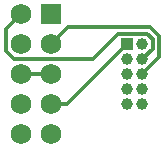
<source format=gbr>
%TF.GenerationSoftware,KiCad,Pcbnew,5.1.8-db9833491~88~ubuntu20.04.1*%
%TF.CreationDate,2020-12-14T11:52:55-05:00*%
%TF.ProjectId,2x5toCortexAdapt,32783574-6f43-46f7-9274-657841646170,rev?*%
%TF.SameCoordinates,Original*%
%TF.FileFunction,Copper,L2,Bot*%
%TF.FilePolarity,Positive*%
%FSLAX46Y46*%
G04 Gerber Fmt 4.6, Leading zero omitted, Abs format (unit mm)*
G04 Created by KiCad (PCBNEW 5.1.8-db9833491~88~ubuntu20.04.1) date 2020-12-14 11:52:55*
%MOMM*%
%LPD*%
G01*
G04 APERTURE LIST*
%TA.AperFunction,ComponentPad*%
%ADD10R,1.000000X1.000000*%
%TD*%
%TA.AperFunction,ComponentPad*%
%ADD11C,1.000000*%
%TD*%
%TA.AperFunction,ComponentPad*%
%ADD12R,1.750000X1.750000*%
%TD*%
%TA.AperFunction,ComponentPad*%
%ADD13C,1.750000*%
%TD*%
%TA.AperFunction,Conductor*%
%ADD14C,0.350000*%
%TD*%
G04 APERTURE END LIST*
D10*
%TO.P,J2,1*%
%TO.N,/3.3V*%
X156845000Y-107696000D03*
D11*
%TO.P,J2,2*%
%TO.N,/SWDIO*%
X158115000Y-107696000D03*
%TO.P,J2,3*%
%TO.N,/GND*%
X156845000Y-108966000D03*
%TO.P,J2,4*%
%TO.N,/SWCLK*%
X158115000Y-108966000D03*
%TO.P,J2,5*%
%TO.N,/GND*%
X156845000Y-110236000D03*
%TO.P,J2,6*%
%TO.N,/SWIM*%
X158115000Y-110236000D03*
%TO.P,J2,7*%
%TO.N,Net-(J2-Pad7)*%
X156845000Y-111506000D03*
%TO.P,J2,8*%
%TO.N,Net-(J2-Pad8)*%
X158115000Y-111506000D03*
%TO.P,J2,9*%
%TO.N,/GND*%
X156845000Y-112776000D03*
%TO.P,J2,10*%
%TO.N,/RST*%
X158115000Y-112776000D03*
%TD*%
D12*
%TO.P,J1,1*%
%TO.N,/RST*%
X150368000Y-105156000D03*
D13*
%TO.P,J1,2*%
%TO.N,/SWCLK*%
X147828000Y-105156000D03*
%TO.P,J1,3*%
%TO.N,/SWIM*%
X150368000Y-107696000D03*
%TO.P,J1,4*%
%TO.N,/SWDIO*%
X147828000Y-107696000D03*
%TO.P,J1,5*%
%TO.N,/GND*%
X150368000Y-110236000D03*
%TO.P,J1,6*%
X147828000Y-110236000D03*
%TO.P,J1,7*%
%TO.N,/3.3V*%
X150368000Y-112776000D03*
%TO.P,J1,8*%
X147828000Y-112776000D03*
%TO.P,J1,9*%
%TO.N,Net-(J1-Pad9)*%
X150368000Y-115316000D03*
%TO.P,J1,10*%
%TO.N,Net-(J1-Pad10)*%
X147828000Y-115316000D03*
%TD*%
D14*
%TO.N,/GND*%
X147828000Y-110236000D02*
X150368000Y-110236000D01*
%TO.N,/SWIM*%
X159540011Y-108810989D02*
X158115000Y-110236000D01*
X159540011Y-107048178D02*
X159540011Y-108810989D01*
X158762822Y-106270989D02*
X159540011Y-107048178D01*
X151793011Y-106270989D02*
X158762822Y-106270989D01*
X150368000Y-107696000D02*
X151793011Y-106270989D01*
%TO.N,/SWCLK*%
X158990001Y-108090999D02*
X158115000Y-108966000D01*
X158990001Y-107275999D02*
X158990001Y-108090999D01*
X158535001Y-106820999D02*
X158990001Y-107275999D01*
X156044999Y-106820999D02*
X158535001Y-106820999D01*
X153919997Y-108946001D02*
X156044999Y-106820999D01*
X147227999Y-108946001D02*
X153919997Y-108946001D01*
X146577999Y-108296001D02*
X147227999Y-108946001D01*
X146577999Y-106406001D02*
X146577999Y-108296001D01*
X147828000Y-105156000D02*
X146577999Y-106406001D01*
%TO.N,/3.3V*%
X150368000Y-112776000D02*
X151765000Y-112776000D01*
X151765000Y-112776000D02*
X156845000Y-107696000D01*
%TD*%
M02*

</source>
